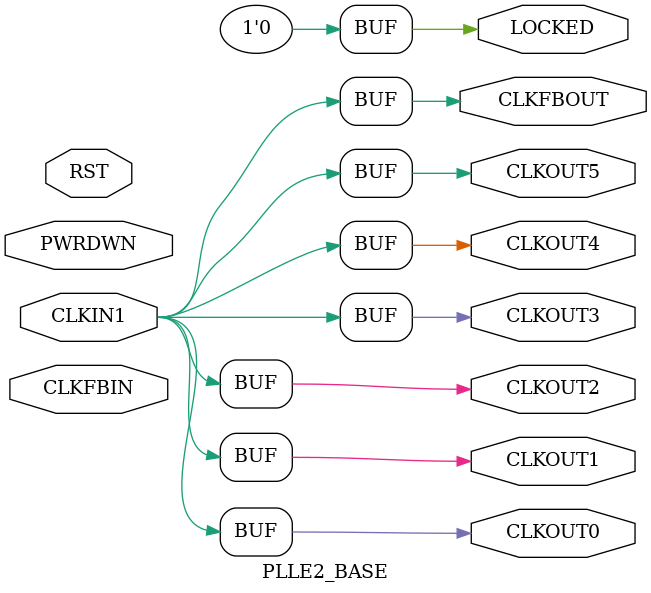
<source format=v>
module PLLE2_BASE (/*AUTOARG*/
   // Outputs
   LOCKED, CLKOUT0, CLKOUT1, CLKOUT2, CLKOUT3, CLKOUT4, CLKOUT5,
   CLKFBOUT,
   // Inputs
   CLKIN1, RST, PWRDWN, CLKFBIN
   );

   parameter BANDWIDTH = 0;
   parameter CLKFBOUT_MULT = 0;
   parameter CLKFBOUT_PHASE = 0;
   parameter CLKIN1_PERIOD = 0;
   parameter CLKOUT0_DIVIDE = 0;
   parameter CLKOUT0_DUTY_CYCLE = 0;
   parameter CLKOUT0_PHASE = 0;

   parameter CLKOUT1_DIVIDE = 0;
   parameter CLKOUT1_DUTY_CYCLE = 0;
   parameter CLKOUT1_PHASE = 0;

   parameter CLKOUT2_DIVIDE = 0;
   parameter CLKOUT2_DUTY_CYCLE = 0;
   parameter CLKOUT2_PHASE = 0;
   
   parameter CLKOUT3_DIVIDE = 0;
   parameter CLKOUT3_DUTY_CYCLE = 0;
   parameter CLKOUT3_PHASE = 0;

   parameter CLKOUT4_DIVIDE = 0;
   parameter CLKOUT4_DUTY_CYCLE = 0;
   parameter CLKOUT4_PHASE = 0;

   parameter CLKOUT5_DIVIDE = 0;
   parameter CLKOUT5_DUTY_CYCLE = 0;
   parameter CLKOUT5_PHASE = 0;
      
   parameter DIVCLK_DIVIDE = 0;
   parameter REF_JITTER1 = 0;
   parameter STARTUP_WAIT = 0;
   parameter IOSTANDARD = 0;
   

   //inputs
   input CLKIN1;
   input RST;
   input PWRDWN;
   input CLKFBIN;
   
   //outputs
   output LOCKED;
   output CLKOUT0;
   output CLKOUT1;
   output CLKOUT2;
   output CLKOUT3;
   output CLKOUT4;
   output CLKOUT5;
   output CLKFBOUT;


   //Not a correct model
   assign CLKFBOUT=CLKIN1;
   assign LOCKED=1'b0;
   assign CLKOUT0=CLKIN1;
   assign CLKOUT1=CLKIN1;
   assign CLKOUT2=CLKIN1;
   assign CLKOUT3=CLKIN1;
   assign CLKOUT4=CLKIN1;
   assign CLKOUT5=CLKIN1;
   assign CLKFBOUT=CLKIN1;
   
endmodule // PLLE2_BASE

</source>
